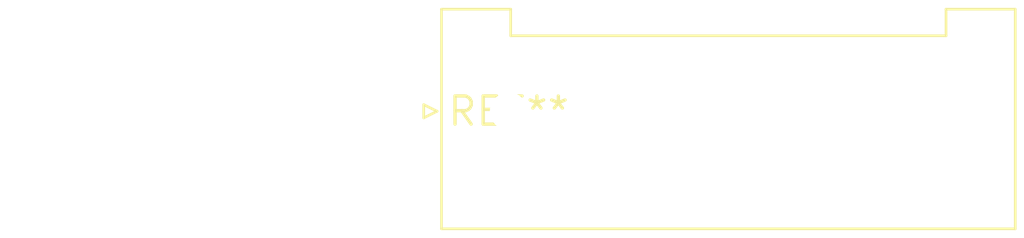
<source format=kicad_pcb>
(kicad_pcb (version 20240108) (generator pcbnew)
  (layers (0 "F.Cu" signal) (31 "B.Cu" signal) (34 "B.Paste" user) (35 "F.Paste" user) (36 "B.SilkS" user "B.Silkscreen") (37 "F.SilkS" user "F.Silkscreen") (38 "B.Mask" user) (39 "F.Mask" user) (44 "Edge.Cuts" user))
  (net 0 "")
  (footprint "JST_VH_B6P-VH-FB-B_1x06_P3.96mm_Vertical" (layer "F.Cu") (at 0 0)
    (property "Reference" "REF**")
    (property "Value" "JST_VH_B6P-VH-FB-B_1x06_P3.96mm_Vertical")
    (fp_line (start -3.83 -0.3) (end -3.23 0) (layer "F.SilkS") (stroke (width 0.12)))
    (fp_line (start -3.83 0.3) (end -3.83 -0.3) (layer "F.SilkS") (stroke (width 0.12)))
    (fp_line (start -3.23 0) (end -3.83 0.3) (layer "F.SilkS") (stroke (width 0.12)))
    (fp_line (start -3.03 -4.61) (end 0.09 -4.61) (layer "F.SilkS") (stroke (width 0.12)))
    (fp_line (start -3.03 5.31) (end -3.03 -4.61) (layer "F.SilkS") (stroke (width 0.12)))
    (fp_line (start 0.09 -4.61) (end 0.09 -3.41) (layer "F.SilkS") (stroke (width 0.12)))
    (fp_line (start 0.09 -3.41) (end 19.71 -3.41) (layer "F.SilkS") (stroke (width 0.12)))
    (fp_line (start 19.71 -4.61) (end 22.83 -4.61) (layer "F.SilkS") (stroke (width 0.12)))
    (fp_line (start 19.71 -3.41) (end 19.71 -4.61) (layer "F.SilkS") (stroke (width 0.12)))
    (fp_line (start 22.83 -4.61) (end 22.83 5.31) (layer "F.SilkS") (stroke (width 0.12)))
    (fp_line (start 22.83 5.31) (end -3.03 5.31) (layer "F.SilkS") (stroke (width 0.12)))
    (pad "" np_thru_hole circle (at -1.5 -3.4) (size 1.45 1.45) (drill 1.45) (layers *.Cu *.Mask))
    (pad "1" thru_hole roundrect (at 0 0) (size 2.7 2.7) (drill 1.7) (layers *.Cu *.Mask) (remove_unused_layers) (roundrect_rratio 0.092593))
    (pad "2" thru_hole circle (at 3.96 0) (size 2.7 2.7) (drill 1.7) (layers *.Cu *.Mask) (remove_unused_layers))
    (pad "3" thru_hole circle (at 7.92 0) (size 2.7 2.7) (drill 1.7) (layers *.Cu *.Mask) (remove_unused_layers))
    (pad "4" thru_hole circle (at 11.88 0) (size 2.7 2.7) (drill 1.7) (layers *.Cu *.Mask) (remove_unused_layers))
    (pad "5" thru_hole circle (at 15.84 0) (size 2.7 2.7) (drill 1.7) (layers *.Cu *.Mask) (remove_unused_layers))
    (pad "6" thru_hole circle (at 19.8 0) (size 2.7 2.7) (drill 1.7) (layers *.Cu *.Mask) (remove_unused_layers))
  )
)
</source>
